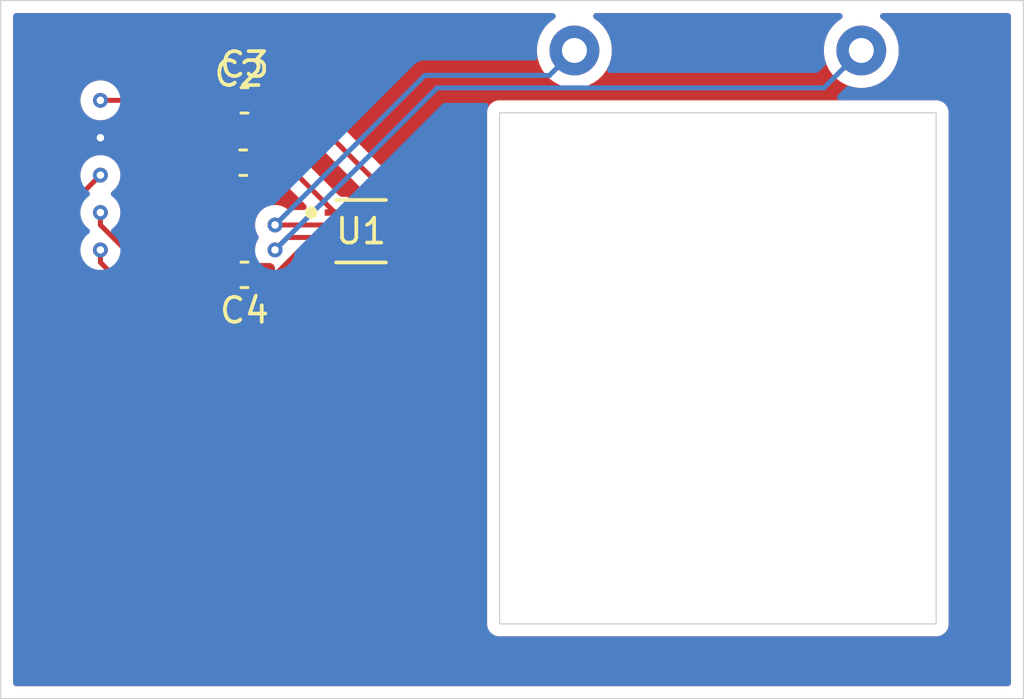
<source format=kicad_pcb>
(kicad_pcb (version 20241229) (generator "pcbnew") (generator_version "9.0")
  (layers (0 "F.Cu" signal) (2 "B.Cu" signal) (13 "F.Paste" user) (15 "B.Paste" user) (5 "F.SilkS" user "F.Silkscreen") (7 "B.SilkS" user "B.Silkscreen") (1 "F.Mask" user) (3 "B.Mask" user) (25 "Edge.Cuts" user))
  (net 0 "")
  (net 1 "Net-(U1-VM)")
  (net 2 "Net-(U1-VCC)")
  (net 3 "VCM -")
  (net 5 "Net-(U1-GND)")
  (net 6 "VCM +")
  (net 7 "PWM_EN")
  (net 8 "SLEEP")
  (net 9 "PWM_PH")
  (net 10 "GNDREF")
  (net 11 "unconnected-(C3-Pad1)")
  (footprint "Capacitor_SMD:C_0603_1608Metric" (layer "F.Cu") (at 137.275 111.5 180)
    (property "Reference" "C4" (at 0 -1.43 0) (layer "F.SilkS"))
    (property "Value" "0.1 uF")
    (fp_line (start -0.14058 0.51) (end 0.14058 0.51) (stroke (width 0.12)) (layer "F.SilkS"))
    (fp_line (start -0.14058 -0.51) (end 0.14058 -0.51) (stroke (width 0.12)) (layer "F.SilkS"))
    (pad "1" smd roundrect (at -0.775 0 180) (size 0.9 0.95) (layers "F.Cu" "F.Mask" "F.Paste") (net 5 "Net-(U1-GND)"))
    (pad "2" smd roundrect (at 0.775 0 180) (size 0.9 0.95) (layers "F.Cu" "F.Mask" "F.Paste") (net 10 "GNDREF"))
  )
  (footprint "Capacitor_SMD:C_0603_1608Metric" (layer "F.Cu") (at 137.275 104.5)
    (property "Reference" "C3" (at 0 -1.43 0) (layer "F.SilkS"))
    (property "Value" "0.1 uF")
    (fp_line (start -0.14058 -0.51) (end 0.14058 -0.51) (stroke (width 0.12)) (layer "F.SilkS"))
    (fp_line (start -0.14058 0.51) (end 0.14058 0.51) (stroke (width 0.12)) (layer "F.SilkS"))
    (pad "1" smd roundrect (at -0.775 0) (size 0.9 0.95) (layers "F.Cu" "F.Mask" "F.Paste") (net 11 "unconnected-(C3-Pad1)"))
    (pad "2" smd roundrect (at 0.775 0) (size 0.9 0.95) (layers "F.Cu" "F.Mask" "F.Paste") (net 2 "Net-(U1-VCC)"))
  )
  (footprint "footprints:DRV8210" (layer "F.Cu") (at 141.946967 109.749999)
    (property "Reference" "U1" (at 0 0 0) (layer "F.SilkS"))
    (property "Value" "DRV8210DSGR")
    (fp_line (start -1.000001 -1.253401) (end 1.000001 -1.253401) (stroke (width 0.15)) (layer "F.SilkS"))
    (fp_line (start -1.000001 1.253401) (end 1.000001 1.253401) (stroke (width 0.15)) (layer "F.SilkS"))
    (fp_circle (center -2.000001 -0.750001) (end -1.875 -0.750001) (stroke (width 0.25)) (fill no) (layer "F.SilkS"))
    (pad "1" smd rect (at -1.053033 -0.749998) (size 0.806066 0.256842) (layers "F.Cu" "F.Mask" "F.Paste") (net 1 "Net-(U1-VM)"))
    (pad "2" smd rect (at -1.053033 -0.25) (size 0.806066 0.256842) (layers "F.Cu" "F.Mask" "F.Paste") (net 3 "VCM -"))
    (pad "3" smd rect (at -1.053033 0.25) (size 0.806066 0.256842) (layers "F.Cu" "F.Mask" "F.Paste") (net 6 "VCM +"))
    (pad "4" smd rect (at -1.053033 0.750001) (size 0.806066 0.256842) (layers "F.Cu" "F.Mask" "F.Paste") (net 5 "Net-(U1-GND)"))
    (pad "5" smd rect (at 1.053033 0.750001) (size 0.806066 0.256842) (layers "F.Cu" "F.Mask" "F.Paste") (net 7 "PWM_EN"))
    (pad "6" smd rect (at 1.053033 0.25) (size 0.806066 0.256842) (layers "F.Cu" "F.Mask" "F.Paste") (net 9 "PWM_PH"))
    (pad "7" smd rect (at 1.053033 -0.25) (size 0.806066 0.256842) (layers "F.Cu" "F.Mask" "F.Paste") (net 8 "SLEEP"))
    (pad "8" smd rect (at 1.053033 -0.749998) (size 0.806066 0.256842) (layers "F.Cu" "F.Mask" "F.Paste") (net 2 "Net-(U1-VCC)"))
    (pad "9" smd rect (at 0 0) (size 1 1.699999) (layers "F.Cu" "F.Mask"))
  )
  (footprint "Capacitor_SMD:C_0603_1608Metric" (layer "F.Cu") (at 137.225 107)
    (property "Reference" "C2" (at -0.175 -3.57 180) (layer "F.SilkS"))
    (property "Value" "0.1 uF")
    (fp_line (start -0.14058 -0.51) (end 0.14058 -0.51) (stroke (width 0.12)) (layer "F.SilkS"))
    (fp_line (start -0.14058 0.51) (end 0.14058 0.51) (stroke (width 0.12)) (layer "F.SilkS"))
    (pad "1" smd roundrect (at -0.775 0) (size 0.9 0.95) (layers "F.Cu" "F.Mask" "F.Paste") (net 10 "GNDREF"))
    (pad "2" smd roundrect (at 0.775 0) (size 0.9 0.95) (layers "F.Cu" "F.Mask" "F.Paste") (net 1 "Net-(U1-VM)"))
  )
  (gr_rect (start 127.5 100.5) (end 168.5 128.5) (stroke (width 0.05)) (fill no) (layer "Edge.Cuts"))
  (gr_rect (start 147.5 105) (end 165 125.5) (stroke (width 0.05)) (fill no) (layer "Edge.Cuts"))
  (segment (start 138 107) (end 138.893933 107) (width 0.2) (layer "F.Cu") (net 1))
  (segment (start 138.893933 107) (end 140.893934 109.000001) (width 0.2) (layer "F.Cu") (net 1))
  (segment (start 143 108.225) (end 143 109.000001) (width 0.2) (layer "F.Cu") (net 2))
  (segment (start 139.275 104.5) (end 143 108.225) (width 0.2) (layer "F.Cu") (net 2))
  (segment (start 137.775 104.5) (end 139.275 104.5) (width 0.2) (layer "F.Cu") (net 2))
  (segment (start 141 109.5) (end 138.5 109.5) (width 0.2) (layer "F.Cu") (net 3))
  (segment (start 140.893934 109.499999) (end 140.999999 109.499999) (width 0.2) (layer "F.Cu") (net 3))
  (segment (start 140.999999 109.499999) (end 141 109.5) (width 0.2) (layer "F.Cu") (net 3))
  (via (at 150.5 102.5) (size 2) (drill 1) (layers "F.Cu" "B.Cu") (net 3))
  (via (at 138.5 109.5) (size 0.6) (drill 0.3) (layers "F.Cu" "B.Cu") (net 3))
  (segment (start 149.5 103.5) (end 144.5 103.5) (width 0.2) (layer "B.Cu") (net 3))
  (segment (start 144.5 103.5) (end 138.5 109.5) (width 0.2) (layer "B.Cu") (net 3))
  (segment (start 150.5 102.5) (end 149.5 103.5) (width 0.2) (layer "B.Cu") (net 3))
  (segment (start 138.5 111.5) (end 139.5 110.5) (width 0.2) (layer "F.Cu") (net 5))
  (segment (start 139.5 110.5) (end 140.893934 110.5) (width 0.2) (layer "F.Cu") (net 5))
  (segment (start 138.05 111.5) (end 138.5 111.5) (width 0.2) (layer "F.Cu") (net 5))
  (segment (start 139.000001 109.999999) (end 138.5 110.5) (width 0.2) (layer "F.Cu") (net 6))
  (segment (start 140.893934 109.999999) (end 139.000001 109.999999) (width 0.2) (layer "F.Cu") (net 6))
  (via (at 138.5 110.5) (size 0.6) (drill 0.3) (layers "F.Cu" "B.Cu") (net 6))
  (via (at 162 102.5) (size 2) (drill 1) (layers "F.Cu" "B.Cu") (net 6))
  (segment (start 160.5 104) (end 145 104) (width 0.2) (layer "B.Cu") (net 6))
  (segment (start 162 102.5) (end 160.5 104) (width 0.2) (layer "B.Cu") (net 6))
  (segment (start 145 104) (end 138.5 110.5) (width 0.2) (layer "B.Cu") (net 6))
  (segment (start 141 112.5) (end 143 110.5) (width 0.2) (layer "F.Cu") (net 7))
  (segment (start 131.5 109.5) (end 134.5 112.5) (width 0.2) (layer "F.Cu") (net 7))
  (segment (start 131.5 109) (end 131.5 109.5) (width 0.2) (layer "F.Cu") (net 7))
  (segment (start 134.5 112.5) (end 141 112.5) (width 0.2) (layer "F.Cu") (net 7))
  (via (at 131.5 109) (size 0.6) (drill 0.3) (layers "F.Cu" "B.Cu") (net 7))
  (segment (start 143 109.499999) (end 144.105033 109.5) (width 0.2) (layer "F.Cu") (net 8))
  (segment (start 144.105033 109.5) (end 144.105033 111.394967) (width 0.2) (layer "F.Cu") (net 8))
  (segment (start 144.105033 111.394967) (end 142 113.5) (width 0.2) (layer "F.Cu") (net 8))
  (segment (start 142 113.5) (end 131.5 113.5) (width 0.2) (layer "F.Cu") (net 8))
  (segment (start 130.5 108.5) (end 131.5 107.5) (width 0.2) (layer "F.Cu") (net 8))
  (segment (start 130.5 112.5) (end 130.5 108.5) (width 0.2) (layer "F.Cu") (net 8))
  (segment (start 131.5 113.5) (end 130.5 112.5) (width 0.2) (layer "F.Cu") (net 8))
  (via (at 131.5 107.5) (size 0.6) (drill 0.3) (layers "F.Cu" "B.Cu") (net 8))
  (segment (start 131.5 111) (end 133.5 113) (width 0.2) (layer "F.Cu") (net 9))
  (segment (start 143.636934 110.070579) (end 143 110.070579) (width 0.2) (layer "F.Cu") (net 9))
  (segment (start 133.5 113) (end 141.602016 113) (width 0.2) (layer "F.Cu") (net 9))
  (segment (start 141.602016 113) (end 143.672595 110.929421) (width 0.2) (layer "F.Cu") (net 9))
  (segment (start 143.672595 110.929421) (end 143.704033 110.929421) (width 0.2) (layer "F.Cu") (net 9))
  (segment (start 143 109.999999) (end 143 110) (width 0.2) (layer "F.Cu") (net 9))
  (segment (start 143.704033 110.929421) (end 143.704033 110.5) (width 0.2) (layer "F.Cu") (net 9))
  (segment (start 143.704033 110.929421) (end 143.704033 110.137678) (width 0.2) (layer "F.Cu") (net 9))
  (segment (start 131.5 110.5) (end 131.5 111) (width 0.2) (layer "F.Cu") (net 9))
  (segment (start 143 110.070579) (end 143 109.999999) (width 0.2) (layer "F.Cu") (net 9))
  (segment (start 143.704033 110.137678) (end 143.636934 110.070579) (width 0.2) (layer "F.Cu") (net 9))
  (via (at 131.5 110.5) (size 0.6) (drill 0.3) (layers "F.Cu" "B.Cu") (net 9))
  (segment (start 136.5 111.5) (end 136.5 110.937925) (width 0.2) (layer "F.Cu") (net 10))
  (segment (start 131.562075 106) (end 131.5 106) (width 0.2) (layer "F.Cu") (net 10))
  (segment (start 136.5 110.937925) (end 131.562075 106) (width 0.2) (layer "F.Cu") (net 10))
  (segment (start 135.45 106) (end 131.5 106) (width 0.2) (layer "F.Cu") (net 10))
  (segment (start 136.45 107) (end 135.45 106) (width 0.2) (layer "F.Cu") (net 10))
  (via (at 131.5 106) (size 0.6) (drill 0.3) (layers "F.Cu" "B.Cu") (net 10))
  (segment (start 136.225 104.5) (end 131.5 104.5) (width 0.2) (layer "F.Cu") (net 11))
  (via (at 131.5 104.5) (size 0.6) (drill 0.3) (layers "F.Cu" "B.Cu") (net 11))
  (zone (net 10) (net_name "GNDREF") (layer "F.Cu") (name "fill") (connect_pads (clearance 0.5)) (min_thickness 0.25) (fill yes (thermal_gap 0.5) (thermal_bridge_width 0.5) (island_removal_mode 1) (island_area_min 10))
    (polygon (pts (xy 168.5 128) (xy 127.5 128) (xy 127.5 101) (xy 128 100.5) (xy 168.5 100.5)))
  )
  (zone (net 10) (net_name "GNDREF") (layer "B.Cu") (name "fill") (priority 1) (connect_pads (clearance 0.5)) (min_thickness 0.25) (fill yes (thermal_gap 0.5) (thermal_bridge_width 0.5) (island_removal_mode 1) (island_area_min 10))
    (polygon (pts (xy 127.5 128) (xy 168.5 128) (xy 168.5 100.5) (xy 127.5 100.5)))
  )
)
</source>
